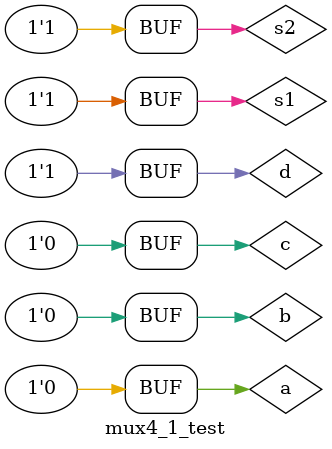
<source format=v>
`timescale 1ns / 1ps


module mux4_1_test;

	// Inputs
	reg s1;
	reg s2;
	reg a;
	reg b;
	reg c;
	reg d;

	// Outputs
	wire out;

	// Instantiate the Unit Under Test (UUT)
	mux4_1 uut (
		.s1(s1), 
		.s2(s2), 
		.a(a), 
		.b(b), 
		.c(c), 
		.d(d), 
		.out(out)
	);

	initial begin
		// Initialize Inputs
		/*
		s1 = 0;
		s2 = 0;
		a = 0;
		b = 0;
		c = 0;
		d = 0;

		// Wait 100 ns for global reset to finish
		#100;*/
        
		// Add stimulus here
		s1 = 0; s2 = 0; a = 0; b = 0; c = 0; d = 0; #100;
		s1 = 0; s2 = 0; a = 1; b = 0; c = 0; d = 0; #100;
		
		s1 = 0; s2 = 1; a = 0; b = 0; c = 0; d = 0; #100;
		s1 = 0; s2 = 1; a = 0; b = 1; c = 0; d = 0; #100;
		
		s1 = 1; s2 = 0; a = 0; b = 0; c = 0; d = 0; #100;
		s1 = 1; s2 = 0; a = 0; b = 0; c = 1; d = 0; #100;
		
		s1 = 1; s2 = 1; a = 0; b = 0; c = 0; d = 0; #100;
		s1 = 1; s2 = 1; a = 0; b = 0; c = 0; d = 1; #100;

	end
      
endmodule


</source>
